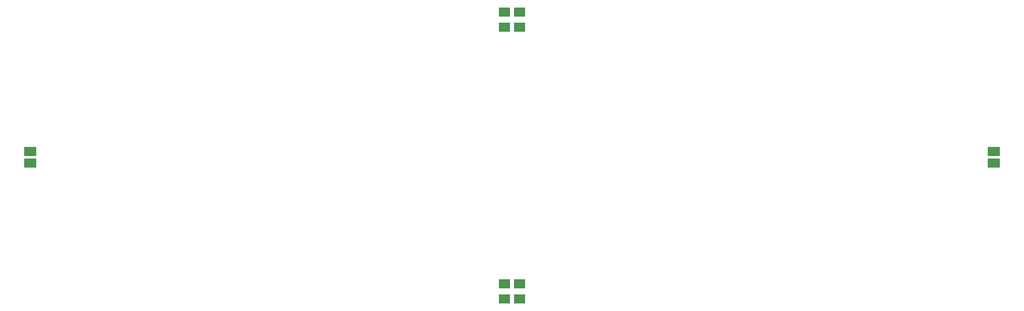
<source format=gbp>
G04 #@! TF.GenerationSoftware,KiCad,Pcbnew,(5.1.8)-1*
G04 #@! TF.CreationDate,2021-02-07T23:28:57+01:00*
G04 #@! TF.ProjectId,Breadboard 830,42726561-6462-46f6-9172-64203833302e,rev?*
G04 #@! TF.SameCoordinates,Original*
G04 #@! TF.FileFunction,Paste,Bot*
G04 #@! TF.FilePolarity,Positive*
%FSLAX46Y46*%
G04 Gerber Fmt 4.6, Leading zero omitted, Abs format (unit mm)*
G04 Created by KiCad (PCBNEW (5.1.8)-1) date 2021-02-07 23:28:57*
%MOMM*%
%LPD*%
G01*
G04 APERTURE LIST*
%ADD10R,1.900000X1.600000*%
%ADD11R,2.000000X1.500000*%
G04 APERTURE END LIST*
D10*
X166370000Y-71120000D03*
X163830000Y-71120000D03*
X166370000Y-73660000D03*
X163830000Y-73660000D03*
X166370000Y-116840000D03*
X163830000Y-116840000D03*
X166370000Y-119380000D03*
X163830000Y-119380000D03*
D11*
X84074000Y-96520000D03*
X84074000Y-94615000D03*
X246126000Y-96520000D03*
X246126000Y-94615000D03*
M02*

</source>
